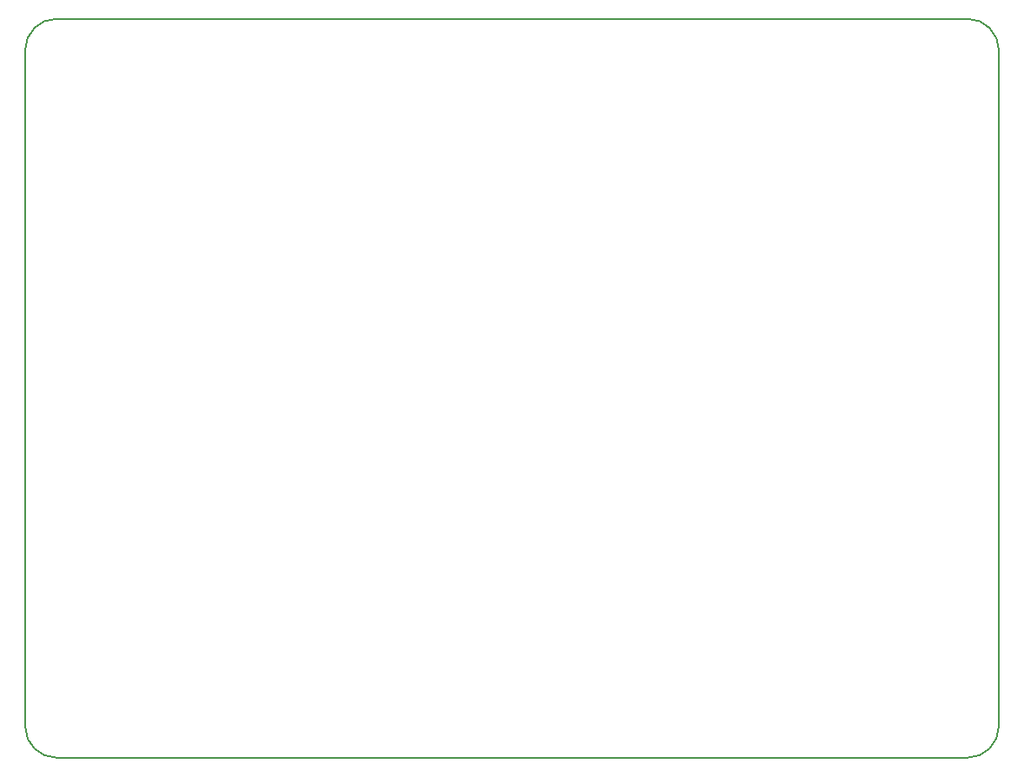
<source format=gm1>
G04 #@! TF.GenerationSoftware,KiCad,Pcbnew,(5.0.2)-1*
G04 #@! TF.CreationDate,2022-01-15T23:06:10+09:00*
G04 #@! TF.ProjectId,Valve,56616c76-652e-46b6-9963-61645f706362,rev?*
G04 #@! TF.SameCoordinates,Original*
G04 #@! TF.FileFunction,Profile,NP*
%FSLAX46Y46*%
G04 Gerber Fmt 4.6, Leading zero omitted, Abs format (unit mm)*
G04 Created by KiCad (PCBNEW (5.0.2)-1) date 2022/01/15 23:06:10*
%MOMM*%
%LPD*%
G01*
G04 APERTURE LIST*
%ADD10C,0.150000*%
G04 APERTURE END LIST*
D10*
X168148000Y-116840000D02*
G75*
G02X165100000Y-119888000I-3048000J0D01*
G01*
X165100000Y-47752000D02*
G75*
G02X168148000Y-50800000I0J-3048000D01*
G01*
X73152000Y-50800000D02*
G75*
G02X76200000Y-47752000I3048000J0D01*
G01*
X76200000Y-119888000D02*
G75*
G02X73152000Y-116840000I0J3048000D01*
G01*
X165100000Y-47752000D02*
X76200000Y-47752000D01*
X168148000Y-116840000D02*
X168148000Y-50800000D01*
X73152000Y-116840000D02*
X73152000Y-50800000D01*
X76200000Y-119888000D02*
X165100000Y-119888000D01*
M02*

</source>
